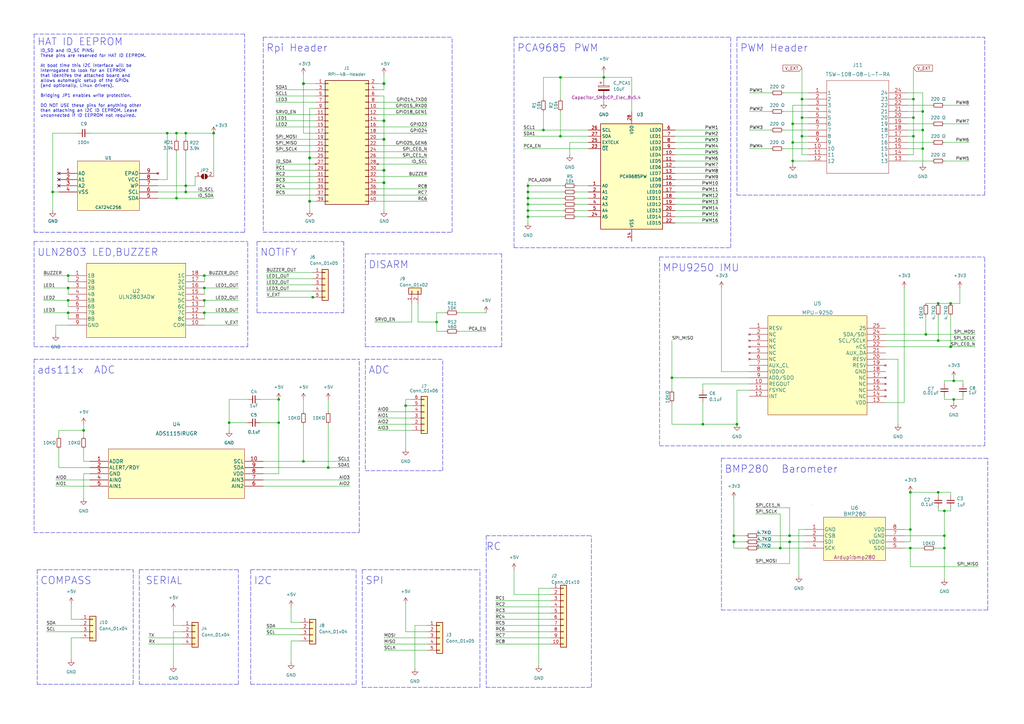
<source format=kicad_sch>
(kicad_sch (version 20211123) (generator eeschema)
  (paper "A3")
  (title_block (date "15 nov 2012"))
  (junction (at 325.12 66.04))
  (junction (at 114.3 173.355))
  (junction (at 87.63 54.61))
  (junction (at 300.99 222.25))
  (junction (at 389.89 124.46))
  (junction (at 325.12 50.8))
  (junction (at 373.38 217.17))
  (junction (at 27.94 113.03))
  (junction (at 124.46 34.29) (diameter 1.016))
  (junction (at 328.93 48.26))
  (junction (at 391.16 163.83))
  (junction (at 374.65 55.88))
  (junction (at 83.82 128.27))
  (junction (at 323.85 222.25))
  (junction (at 384.81 124.46))
  (junction (at 328.93 40.64))
  (junction (at 134.62 191.77))
  (junction (at 389.89 142.24))
  (junction (at 275.59 154.94))
  (junction (at 34.29 176.53))
  (junction (at 216.535 78.74))
  (junction (at 114.3 163.83))
  (junction (at 166.37 166.37))
  (junction (at 127 64.77) (diameter 1.016))
  (junction (at 216.535 88.9))
  (junction (at 72.39 81.28))
  (junction (at 157.48 69.85) (diameter 1.016))
  (junction (at 229.87 31.75))
  (junction (at 157.48 74.93) (diameter 1.016))
  (junction (at 222.885 53.34))
  (junction (at 374.65 48.26))
  (junction (at 325.12 58.42))
  (junction (at 128.27 121.92))
  (junction (at 76.2 54.61))
  (junction (at 83.82 118.11))
  (junction (at 21.59 78.74))
  (junction (at 68.58 54.61))
  (junction (at 216.535 76.2))
  (junction (at 216.535 83.82))
  (junction (at 387.35 219.71))
  (junction (at 157.48 49.53) (diameter 1.016))
  (junction (at 72.39 54.61))
  (junction (at 302.26 173.99))
  (junction (at 229.87 55.88))
  (junction (at 127 82.55) (diameter 1.016))
  (junction (at 288.29 173.99))
  (junction (at 179.07 132.08))
  (junction (at 157.48 34.29) (diameter 1.016))
  (junction (at 328.93 55.88))
  (junction (at 384.81 201.93))
  (junction (at 320.04 224.79))
  (junction (at 27.94 118.11))
  (junction (at 391.16 156.21))
  (junction (at 378.46 60.96))
  (junction (at 378.46 53.34))
  (junction (at 93.98 173.355))
  (junction (at 76.2 78.74))
  (junction (at 27.94 128.27))
  (junction (at 83.82 123.19))
  (junction (at 378.46 45.72))
  (junction (at 374.65 40.64))
  (junction (at 247.65 31.75))
  (junction (at 384.81 139.7))
  (junction (at 373.38 224.79))
  (junction (at 157.48 57.15) (diameter 1.016))
  (junction (at 27.94 123.19))
  (junction (at 83.82 113.03))
  (junction (at 387.35 224.79))
  (junction (at 373.38 201.93))
  (junction (at 323.85 219.71))
  (junction (at 387.35 209.55))
  (junction (at 379.73 137.16))
  (junction (at 124.46 189.23))
  (junction (at 300.99 219.71))
  (junction (at 216.535 81.28))
  (junction (at 216.535 86.36))
  (junction (at 76.2 76.2))
  (no_connect (at 24.13 71.12))
  (no_connect (at 24.13 73.66))
  (no_connect (at 24.13 76.2))
  (wire (pts (xy 276.86 55.88) (xy 294.64 55.88)))
  (wire (pts (xy 384.81 201.93) (xy 389.89 201.93)))
  (wire (pts (xy 107.95 189.23) (xy 124.46 189.23)))
  (polyline (pts (xy 148.59 233.68) (xy 196.85 233.68)))
  (wire (pts (xy 113.03 52.07) (xy 129.54 52.07)))
  (wire (pts (xy 72.39 62.23) (xy 72.39 81.28)))
  (wire (pts (xy 60.96 261.62) (xy 74.93 261.62)))
  (wire (pts (xy 276.86 78.74) (xy 294.64 78.74)))
  (wire (pts (xy 276.86 68.58) (xy 294.64 68.58)))
  (wire (pts (xy 378.46 60.96) (xy 378.46 67.31)))
  (wire (pts (xy 179.07 132.08) (xy 179.07 128.27)))
  (wire (pts (xy 203.2 261.62) (xy 226.06 261.62)))
  (wire (pts (xy 387.35 163.83) (xy 391.16 163.83)))
  (wire (pts (xy 241.3 58.42) (xy 233.68 58.42)))
  (wire (pts (xy 374.65 55.88) (xy 374.65 63.5)))
  (wire (pts (xy 391.16 154.94) (xy 391.16 156.21)))
  (wire (pts (xy 157.48 57.15) (xy 157.48 69.85)))
  (wire (pts (xy 368.3 147.32) (xy 368.3 173.99)))
  (wire (pts (xy 168.91 176.53) (xy 154.94 176.53)))
  (wire (pts (xy 391.16 165.1) (xy 391.16 163.83)))
  (wire (pts (xy 276.86 60.96) (xy 294.64 60.96)))
  (wire (pts (xy 229.87 31.75) (xy 247.65 31.75)))
  (wire (pts (xy 113.03 49.53) (xy 129.54 49.53)))
  (wire (pts (xy 17.78 123.19) (xy 27.94 123.19)))
  (wire (pts (xy 76.2 54.61) (xy 87.63 54.61)))
  (wire (pts (xy 27.94 133.35) (xy 22.86 133.35)))
  (wire (pts (xy 127 82.55) (xy 127 86.36)))
  (wire (pts (xy 83.82 130.81) (xy 83.82 128.27)))
  (wire (pts (xy 321.31 45.72) (xy 331.47 45.72)))
  (polyline (pts (xy 199.39 219.71) (xy 199.39 281.94)))
  (wire (pts (xy 29.21 261.62) (xy 33.02 261.62)))
  (wire (pts (xy 389.89 203.2) (xy 389.89 201.93)))
  (wire (pts (xy 24.13 78.74) (xy 21.59 78.74)))
  (wire (pts (xy 154.94 52.07) (xy 175.26 52.07)))
  (wire (pts (xy 236.22 76.2) (xy 241.3 76.2)))
  (wire (pts (xy 325.12 66.04) (xy 331.47 66.04)))
  (polyline (pts (xy 270.51 105.41) (xy 270.51 182.88)))
  (wire (pts (xy 379.73 129.54) (xy 379.73 137.16)))
  (wire (pts (xy 378.46 38.1) (xy 378.46 45.72)))
  (wire (pts (xy 129.54 74.93) (xy 113.03 74.93)))
  (wire (pts (xy 109.22 119.38) (xy 128.27 119.38)))
  (wire (pts (xy 24.13 176.53) (xy 34.29 176.53)))
  (wire (pts (xy 276.86 83.82) (xy 294.64 83.82)))
  (wire (pts (xy 72.39 54.61) (xy 72.39 57.15)))
  (wire (pts (xy 320.04 224.79) (xy 320.04 210.82)))
  (wire (pts (xy 34.29 173.99) (xy 34.29 176.53)))
  (wire (pts (xy 166.37 247.65) (xy 166.37 259.08)))
  (wire (pts (xy 325.12 58.42) (xy 325.12 66.04)))
  (wire (pts (xy 323.85 222.25) (xy 323.85 231.14)))
  (wire (pts (xy 129.54 46.99) (xy 113.03 46.99)))
  (polyline (pts (xy 107.95 15.24) (xy 107.95 95.25)))
  (wire (pts (xy 216.535 86.36) (xy 231.14 86.36)))
  (wire (pts (xy 309.88 210.82) (xy 320.04 210.82)))
  (wire (pts (xy 397.51 43.18) (xy 387.35 43.18)))
  (wire (pts (xy 129.54 36.83) (xy 113.03 36.83)))
  (wire (pts (xy 113.03 39.37) (xy 129.54 39.37)))
  (wire (pts (xy 203.2 264.16) (xy 226.06 264.16)))
  (wire (pts (xy 33.02 254) (xy 29.21 254)))
  (wire (pts (xy 72.39 81.28) (xy 87.63 81.28)))
  (wire (pts (xy 83.82 113.03) (xy 97.79 113.03)))
  (wire (pts (xy 233.68 58.42) (xy 233.68 63.5)))
  (wire (pts (xy 34.29 194.31) (xy 34.29 204.47)))
  (wire (pts (xy 24.13 191.77) (xy 24.13 184.15)))
  (polyline (pts (xy 101.6 142.24) (xy 101.6 99.06)))
  (wire (pts (xy 107.95 194.31) (xy 114.3 194.31)))
  (wire (pts (xy 276.86 88.9) (xy 294.64 88.9)))
  (wire (pts (xy 19.05 256.54) (xy 33.02 256.54)))
  (wire (pts (xy 276.86 71.12) (xy 294.64 71.12)))
  (wire (pts (xy 307.34 160.02) (xy 302.26 160.02)))
  (wire (pts (xy 34.29 194.31) (xy 36.83 194.31)))
  (wire (pts (xy 157.48 266.7) (xy 175.26 266.7)))
  (wire (pts (xy 19.05 259.08) (xy 33.02 259.08)))
  (wire (pts (xy 203.2 259.08) (xy 226.06 259.08)))
  (wire (pts (xy 27.94 115.57) (xy 27.94 113.03)))
  (wire (pts (xy 397.5203 58.42) (xy 387.35 58.42)))
  (wire (pts (xy 22.86 199.39) (xy 36.83 199.39)))
  (wire (pts (xy 309.88 231.14) (xy 323.85 231.14)))
  (polyline (pts (xy 105.41 99.06) (xy 140.97 99.06)))
  (wire (pts (xy 154.94 44.45) (xy 175.26 44.45)))
  (wire (pts (xy 171.45 132.08) (xy 179.07 132.08)))
  (wire (pts (xy 384.81 208.28) (xy 384.81 209.55)))
  (polyline (pts (xy 107.95 95.25) (xy 185.42 95.25)))
  (polyline (pts (xy 149.86 104.14) (xy 149.86 142.24)))
  (wire (pts (xy 247.65 31.75) (xy 259.08 31.75)))
  (wire (pts (xy 276.86 76.2) (xy 294.64 76.2)))
  (polyline (pts (xy 57.15 280.67) (xy 97.79 280.67)))
  (polyline (pts (xy 295.91 187.96) (xy 295.91 250.19)))
  (wire (pts (xy 203.2 248.92) (xy 226.06 248.92)))
  (wire (pts (xy 389.89 209.55) (xy 389.89 208.28)))
  (wire (pts (xy 216.535 86.36) (xy 216.535 88.9)))
  (wire (pts (xy 311.15 219.71) (xy 323.85 219.71)))
  (polyline (pts (xy 270.51 105.41) (xy 403.86 105.41)))
  (polyline (pts (xy 54.61 280.67) (xy 54.61 233.68)))
  (wire (pts (xy 179.07 128.27) (xy 182.88 128.27)))
  (wire (pts (xy 307.34 45.72) (xy 316.23 45.72)))
  (wire (pts (xy 72.39 54.61) (xy 76.2 54.61)))
  (wire (pts (xy 387.35 209.55) (xy 387.35 219.71)))
  (wire (pts (xy 119.38 262.89) (xy 123.19 262.89)))
  (wire (pts (xy 382.27 43.18) (xy 372.11 43.18)))
  (wire (pts (xy 370.84 219.71) (xy 387.35 219.71)))
  (wire (pts (xy 168.91 171.45) (xy 154.94 171.45)))
  (wire (pts (xy 124.46 189.23) (xy 143.51 189.23)))
  (wire (pts (xy 157.48 74.93) (xy 154.94 74.93)))
  (wire (pts (xy 83.82 115.57) (xy 83.82 113.03)))
  (wire (pts (xy 187.96 128.27) (xy 199.39 128.27)))
  (wire (pts (xy 236.22 81.28) (xy 241.3 81.28)))
  (polyline (pts (xy 199.39 219.71) (xy 242.57 219.71)))
  (wire (pts (xy 394.97 162.56) (xy 394.97 163.83)))
  (polyline (pts (xy 13.97 95.25) (xy 100.33 95.25)))
  (polyline (pts (xy 295.91 187.96) (xy 405.13 187.96)))
  (wire (pts (xy 83.82 125.73) (xy 83.82 123.19)))
  (wire (pts (xy 124.46 30.48) (xy 124.46 34.29)))
  (wire (pts (xy 247.65 31.75) (xy 247.65 32.385)))
  (wire (pts (xy 382.27 58.42) (xy 372.11 58.42)))
  (wire (pts (xy 276.86 73.66) (xy 294.64 73.66)))
  (wire (pts (xy 370.84 222.25) (xy 373.38 222.25)))
  (wire (pts (xy 309.88 208.28) (xy 323.85 208.28)))
  (wire (pts (xy 372.11 55.88) (xy 374.65 55.88)))
  (wire (pts (xy 187.96 135.89) (xy 199.39 135.89)))
  (wire (pts (xy 275.59 173.99) (xy 288.29 173.99)))
  (polyline (pts (xy 15.24 233.68) (xy 54.61 233.68)))
  (wire (pts (xy 17.78 128.27) (xy 27.94 128.27)))
  (polyline (pts (xy 13.97 13.97) (xy 100.33 13.97)))
  (wire (pts (xy 311.15 222.25) (xy 323.85 222.25)))
  (wire (pts (xy 216.535 81.28) (xy 231.14 81.28)))
  (wire (pts (xy 154.94 62.23) (xy 175.26 62.23)))
  (wire (pts (xy 64.77 78.74) (xy 76.2 78.74)))
  (wire (pts (xy 374.65 40.64) (xy 374.65 48.26)))
  (wire (pts (xy 276.86 58.42) (xy 294.64 58.42)))
  (wire (pts (xy 109.22 116.84) (xy 128.27 116.84)))
  (wire (pts (xy 394.97 163.83) (xy 391.16 163.83)))
  (wire (pts (xy 378.46 45.72) (xy 378.46 53.34)))
  (wire (pts (xy 124.46 34.29) (xy 129.54 34.29)))
  (wire (pts (xy 323.85 208.28) (xy 323.85 219.71)))
  (wire (pts (xy 393.7 118.11) (xy 393.7 124.46)))
  (wire (pts (xy 60.96 264.16) (xy 74.93 264.16)))
  (wire (pts (xy 93.98 173.355) (xy 101.6 173.355)))
  (wire (pts (xy 370.84 217.17) (xy 373.38 217.17)))
  (polyline (pts (xy 149.86 193.04) (xy 181.61 193.04)))
  (wire (pts (xy 379.73 124.46) (xy 384.81 124.46)))
  (wire (pts (xy 170.18 256.54) (xy 170.18 274.32)))
  (wire (pts (xy 157.48 49.53) (xy 157.48 57.15)))
  (wire (pts (xy 113.03 69.85) (xy 129.54 69.85)))
  (wire (pts (xy 17.78 118.11) (xy 27.94 118.11)))
  (wire (pts (xy 76.2 76.2) (xy 76.2 78.74)))
  (wire (pts (xy 325.12 50.8) (xy 325.12 58.42)))
  (wire (pts (xy 21.59 54.61) (xy 21.59 78.74)))
  (wire (pts (xy 288.29 173.99) (xy 302.26 173.99)))
  (wire (pts (xy 216.535 88.9) (xy 231.14 88.9)))
  (wire (pts (xy 203.2 256.54) (xy 226.06 256.54)))
  (wire (pts (xy 64.77 76.2) (xy 76.2 76.2)))
  (wire (pts (xy 71.12 259.08) (xy 71.12 273.05)))
  (polyline (pts (xy 148.59 233.68) (xy 148.59 281.94)))
  (wire (pts (xy 101.6 163.83) (xy 93.98 163.83)))
  (polyline (pts (xy 97.79 280.67) (xy 97.79 233.68)))
  (polyline (pts (xy 100.33 95.25) (xy 100.33 13.97)))
  (polyline (pts (xy 13.97 142.24) (xy 101.6 142.24)))
  (wire (pts (xy 397.5203 50.8) (xy 387.35 50.8)))
  (wire (pts (xy 328.93 48.26) (xy 328.93 55.88)))
  (wire (pts (xy 36.83 54.61) (xy 68.58 54.61)))
  (polyline (pts (xy 57.15 233.68) (xy 57.15 280.67)))
  (polyline (pts (xy 13.97 99.06) (xy 13.97 142.24)))
  (polyline (pts (xy 210.82 15.24) (xy 210.82 101.6)))
  (wire (pts (xy 64.77 73.66) (xy 68.58 73.66)))
  (wire (pts (xy 34.29 189.23) (xy 36.83 189.23)))
  (wire (pts (xy 216.535 78.74) (xy 231.14 78.74)))
  (wire (pts (xy 276.86 81.28) (xy 294.64 81.28)))
  (wire (pts (xy 374.65 48.26) (xy 374.65 55.88)))
  (wire (pts (xy 109.22 111.76) (xy 128.27 111.76)))
  (wire (pts (xy 214.63 60.96) (xy 241.3 60.96)))
  (wire (pts (xy 119.38 248.92) (xy 119.38 255.27)))
  (polyline (pts (xy 140.97 128.27) (xy 140.97 99.06)))
  (wire (pts (xy 157.48 39.37) (xy 157.48 49.53)))
  (wire (pts (xy 295.91 118.11) (xy 295.91 152.4)))
  (polyline (pts (xy 13.97 99.06) (xy 101.6 99.06)))
  (polyline (pts (xy 199.39 281.94) (xy 242.57 281.94)))
  (wire (pts (xy 372.11 40.64) (xy 374.65 40.64)))
  (wire (pts (xy 275.59 139.7) (xy 275.59 154.94)))
  (wire (pts (xy 370.84 165.1) (xy 370.84 118.11)))
  (wire (pts (xy 216.535 74.93) (xy 216.535 76.2)))
  (wire (pts (xy 24.13 176.53) (xy 24.13 179.07)))
  (wire (pts (xy 68.58 54.61) (xy 72.39 54.61)))
  (polyline (pts (xy 302.26 15.24) (xy 403.86 15.24)))
  (wire (pts (xy 373.38 224.79) (xy 373.38 232.41)))
  (wire (pts (xy 229.87 45.72) (xy 229.87 55.88)))
  (wire (pts (xy 229.87 55.88) (xy 241.3 55.88)))
  (wire (pts (xy 134.62 191.77) (xy 134.62 173.99)))
  (wire (pts (xy 114.3 173.355) (xy 114.3 194.31)))
  (wire (pts (xy 222.885 31.75) (xy 229.87 31.75)))
  (wire (pts (xy 384.81 201.93) (xy 384.81 203.2)))
  (wire (pts (xy 129.54 67.31) (xy 113.03 67.31)))
  (wire (pts (xy 325.12 58.42) (xy 331.47 58.42)))
  (wire (pts (xy 74.93 256.54) (xy 71.12 256.54)))
  (wire (pts (xy 302.26 160.02) (xy 302.26 173.99)))
  (wire (pts (xy 236.22 78.74) (xy 241.3 78.74)))
  (polyline (pts (xy 149.86 147.32) (xy 149.86 193.04)))
  (wire (pts (xy 127 64.77) (xy 127 82.55)))
  (polyline (pts (xy 210.82 101.6) (xy 299.72 101.6)))
  (wire (pts (xy 214.63 53.34) (xy 222.885 53.34)))
  (wire (pts (xy 276.86 63.5) (xy 294.64 63.5)))
  (wire (pts (xy 300.99 204.47) (xy 300.99 219.71)))
  (wire (pts (xy 384.81 129.54) (xy 384.81 139.7)))
  (wire (pts (xy 107.95 199.39) (xy 143.51 199.39)))
  (wire (pts (xy 328.93 27.94) (xy 328.93 40.64)))
  (wire (pts (xy 106.68 173.355) (xy 114.3 173.355)))
  (polyline (pts (xy 403.86 182.88) (xy 403.86 105.41)))
  (wire (pts (xy 391.16 156.21) (xy 394.97 156.21)))
  (wire (pts (xy 74.93 259.08) (xy 71.12 259.08)))
  (wire (pts (xy 113.03 59.69) (xy 129.54 59.69)))
  (wire (pts (xy 80.01 76.2) (xy 80.01 72.39)))
  (wire (pts (xy 325.12 50.8) (xy 331.47 50.8)))
  (wire (pts (xy 229.87 40.64) (xy 229.87 31.75)))
  (wire (pts (xy 93.98 173.355) (xy 93.98 176.53)))
  (wire (pts (xy 168.91 173.99) (xy 154.94 173.99)))
  (wire (pts (xy 216.535 81.28) (xy 216.535 83.82)))
  (wire (pts (xy 363.22 142.24) (xy 389.89 142.24)))
  (wire (pts (xy 373.38 201.93) (xy 373.38 217.17)))
  (wire (pts (xy 127 44.45) (xy 129.54 44.45)))
  (wire (pts (xy 210.82 233.68) (xy 210.82 243.84)))
  (wire (pts (xy 372.11 38.1) (xy 378.46 38.1)))
  (wire (pts (xy 109.22 260.35) (xy 123.19 260.35)))
  (wire (pts (xy 306.07 222.25) (xy 300.99 222.25)))
  (polyline (pts (xy 403.86 80.01) (xy 403.86 15.24)))
  (polyline (pts (xy 295.91 250.19) (xy 405.13 250.19)))
  (wire (pts (xy 222.885 45.72) (xy 222.885 53.34)))
  (polyline (pts (xy 148.59 281.94) (xy 196.85 281.94)))
  (wire (pts (xy 259.08 31.75) (xy 259.08 45.72)))
  (wire (pts (xy 68.58 54.61) (xy 68.58 73.66)))
  (wire (pts (xy 113.03 80.01) (xy 129.54 80.01)))
  (wire (pts (xy 327.66 217.17) (xy 327.66 236.22)))
  (wire (pts (xy 179.07 132.08) (xy 179.07 135.89)))
  (wire (pts (xy 157.48 30.48) (xy 157.48 34.29)))
  (wire (pts (xy 216.535 88.9) (xy 216.535 91.44)))
  (polyline (pts (xy 181.61 193.04) (xy 181.61 147.32)))
  (wire (pts (xy 124.46 163.83) (xy 124.46 168.91)))
  (wire (pts (xy 34.29 176.53) (xy 34.29 179.07)))
  (wire (pts (xy 22.86 133.35) (xy 22.86 137.16)))
  (wire (pts (xy 222.885 40.64) (xy 222.885 31.75)))
  (wire (pts (xy 128.27 121.92) (xy 128.3992 121.92)))
  (wire (pts (xy 276.86 53.34) (xy 294.64 53.34)))
  (polyline (pts (xy 149.86 147.32) (xy 181.61 147.32)))
  (wire (pts (xy 27.94 120.65) (xy 27.94 118.11)))
  (wire (pts (xy 168.91 166.37) (xy 166.37 166.37)))
  (wire (pts (xy 288.29 165.1) (xy 288.29 173.99)))
  (wire (pts (xy 370.84 224.79) (xy 373.38 224.79)))
  (wire (pts (xy 124.46 34.29) (xy 124.46 54.61)))
  (wire (pts (xy 387.35 224.79) (xy 387.35 237.49)))
  (wire (pts (xy 107.95 191.77) (xy 134.62 191.77)))
  (wire (pts (xy 157.48 39.37) (xy 154.94 39.37)))
  (wire (pts (xy 157.48 34.29) (xy 157.48 36.83)))
  (wire (pts (xy 331.47 40.64) (xy 328.93 40.64)))
  (wire (pts (xy 276.86 91.44) (xy 294.64 91.44)))
  (wire (pts (xy 109.3492 121.92) (xy 128.27 121.92)))
  (wire (pts (xy 307.34 53.34) (xy 316.23 53.34)))
  (wire (pts (xy 320.04 224.79) (xy 330.2 224.79)))
  (wire (pts (xy 236.22 83.82) (xy 241.3 83.82)))
  (wire (pts (xy 175.26 256.54) (xy 170.18 256.54)))
  (wire (pts (xy 389.89 129.54) (xy 389.89 142.24)))
  (wire (pts (xy 168.91 168.91) (xy 154.94 168.91)))
  (wire (pts (xy 384.81 139.7) (xy 400.05 139.7)))
  (polyline (pts (xy 302.26 15.24) (xy 302.26 80.01)))
  (polyline (pts (xy 15.24 233.68) (xy 15.24 280.67)))
  (wire (pts (xy 275.59 165.1) (xy 275.59 173.99)))
  (wire (pts (xy 382.27 50.8) (xy 372.11 50.8)))
  (wire (pts (xy 216.535 76.2) (xy 231.14 76.2)))
  (wire (pts (xy 389.89 142.24) (xy 400.05 142.24)))
  (wire (pts (xy 387.35 219.71) (xy 387.35 224.79)))
  (wire (pts (xy 76.2 62.23) (xy 76.2 76.2)))
  (polyline (pts (xy 147.32 218.44) (xy 147.32 147.32)))
  (wire (pts (xy 129.54 57.15) (xy 113.03 57.15)))
  (wire (pts (xy 374.65 27.94) (xy 374.65 40.64)))
  (wire (pts (xy 328.93 40.64) (xy 328.93 48.26)))
  (wire (pts (xy 325.12 67.31) (xy 325.12 66.04)))
  (polyline (pts (xy 149.86 104.14) (xy 205.74 104.14)))
  (polyline (pts (xy 105.41 99.06) (xy 105.41 128.27)))
  (wire (pts (xy 127 44.45) (xy 127 64.77)))
  (wire (pts (xy 300.99 219.71) (xy 306.07 219.71)))
  (wire (pts (xy 247.65 29.845) (xy 247.65 31.75)))
  (wire (pts (xy 21.59 78.74) (xy 21.59 86.36)))
  (wire (pts (xy 22.86 196.85) (xy 36.83 196.85)))
  (wire (pts (xy 109.22 114.3) (xy 128.27 114.3)))
  (wire (pts (xy 154.94 64.77) (xy 175.26 64.77)))
  (wire (pts (xy 106.68 163.83) (xy 114.3 163.83)))
  (wire (pts (xy 328.93 63.5) (xy 331.47 63.5)))
  (wire (pts (xy 275.59 154.94) (xy 307.34 154.94)))
  (wire (pts (xy 157.48 36.83) (xy 154.94 36.83)))
  (wire (pts (xy 134.62 163.83) (xy 134.62 168.91)))
  (wire (pts (xy 127 82.55) (xy 129.54 82.55)))
  (wire (pts (xy 27.94 130.81) (xy 27.94 128.27)))
  (wire (pts (xy 113.03 62.23) (xy 129.54 62.23)))
  (wire (pts (xy 157.48 34.29) (xy 154.94 34.29)))
  (wire (pts (xy 64.77 81.28) (xy 72.39 81.28)))
  (wire (pts (xy 154.94 67.31) (xy 175.26 67.31)))
  (wire (pts (xy 203.2 246.38) (xy 226.06 246.38)))
  (polyline (pts (xy 105.41 128.27) (xy 140.97 128.27)))
  (wire (pts (xy 328.93 48.26) (xy 331.47 48.26)))
  (wire (pts (xy 157.48 261.62) (xy 175.26 261.62)))
  (polyline (pts (xy 242.57 281.94) (xy 242.57 219.71)))
  (wire (pts (xy 124.46 54.61) (xy 129.54 54.61)))
  (wire (pts (xy 328.93 55.88) (xy 328.93 63.5)))
  (wire (pts (xy 276.86 86.36) (xy 294.64 86.36)))
  (wire (pts (xy 321.31 38.1) (xy 331.47 38.1)))
  (wire (pts (xy 154.94 72.39) (xy 175.26 72.39)))
  (polyline (pts (xy 146.05 280.67) (xy 146.05 233.68)))
  (wire (pts (xy 394.97 156.21) (xy 394.97 157.48)))
  (wire (pts (xy 203.2 251.46) (xy 226.06 251.46)))
  (wire (pts (xy 387.35 209.55) (xy 389.89 209.55)))
  (wire (pts (xy 325.12 43.18) (xy 325.12 50.8)))
  (wire (pts (xy 93.98 163.83) (xy 93.98 173.355)))
  (polyline (pts (xy 102.87 280.67) (xy 146.05 280.67)))
  (wire (pts (xy 363.22 137.16) (xy 379.73 137.16)))
  (wire (pts (xy 372.11 60.96) (xy 378.46 60.96)))
  (wire (pts (xy 216.535 83.82) (xy 231.14 83.82)))
  (wire (pts (xy 24.13 191.77) (xy 36.83 191.77)))
  (polyline (pts (xy 196.85 281.94) (xy 196.85 233.68)))
  (wire (pts (xy 379.73 137.16) (xy 400.05 137.16)))
  (wire (pts (xy 87.63 54.61) (xy 87.63 72.39)))
  (wire (pts (xy 321.31 60.96) (xy 331.47 60.96)))
  (wire (pts (xy 134.62 191.77) (xy 143.51 191.77)))
  (wire (pts (xy 203.2 254) (xy 226.06 254)))
  (wire (pts (xy 83.82 118.11) (xy 97.79 118.11)))
  (wire (pts (xy 222.885 53.34) (xy 241.3 53.34)))
  (wire (pts (xy 226.06 243.84) (xy 210.82 243.84)))
  (wire (pts (xy 372.11 48.26) (xy 374.65 48.26)))
  (wire (pts (xy 168.91 163.83) (xy 166.37 163.83)))
  (wire (pts (xy 109.22 257.81) (xy 123.19 257.81)))
  (polyline (pts (xy 107.95 15.24) (xy 185.42 15.24)))
  (wire (pts (xy 323.85 222.25) (xy 330.2 222.25)))
  (wire (pts (xy 124.46 189.23) (xy 124.46 173.99)))
  (polyline (pts (xy 405.13 250.19) (xy 405.13 187.96)))
  (polyline (pts (xy 15.24 280.67) (xy 54.61 280.67)))
  (wire (pts (xy 113.03 72.39) (xy 129.54 72.39)))
  (wire (pts (xy 154.94 59.69) (xy 175.26 59.69)))
  (wire (pts (xy 157.48 264.16) (xy 175.26 264.16)))
  (wire (pts (xy 387.35 162.56) (xy 387.35 163.83)))
  (wire (pts (xy 27.94 125.73) (xy 27.94 123.19)))
  (wire (pts (xy 154.94 80.01) (xy 175.26 80.01)))
  (wire (pts (xy 83.82 133.35) (xy 97.79 133.35)))
  (wire (pts (xy 307.34 60.96) (xy 316.23 60.96)))
  (wire (pts (xy 76.2 54.61) (xy 76.2 57.15)))
  (wire (pts (xy 387.35 157.48) (xy 387.35 156.21)))
  (polyline (pts (xy 210.82 15.24) (xy 299.72 15.24)))
  (polyline (pts (xy 102.87 233.68) (xy 146.05 233.68)))
  (polyline (pts (xy 185.42 95.25) (xy 185.42 15.24)))
  (wire (pts (xy 384.81 209.55) (xy 387.35 209.55)))
  (polyline (pts (xy 302.26 80.01) (xy 403.86 80.01)))
  (wire (pts (xy 29.21 261.62) (xy 29.21 270.51)))
  (wire (pts (xy 154.94 82.55) (xy 175.26 82.55)))
  (wire (pts (xy 127 64.77) (xy 129.54 64.77)))
  (wire (pts (xy 236.22 86.36) (xy 241.3 86.36)))
  (wire (pts (xy 300.99 224.79) (xy 300.99 222.25)))
  (wire (pts (xy 330.2 217.17) (xy 327.66 217.17)))
  (wire (pts (xy 154.94 77.47) (xy 175.26 77.47)))
  (wire (pts (xy 166.37 166.37) (xy 166.37 184.15)))
  (wire (pts (xy 157.48 57.15) (xy 154.94 57.15)))
  (wire (pts (xy 153.67 132.08) (xy 168.91 132.08)))
  (wire (pts (xy 373.38 201.93) (xy 384.81 201.93)))
  (polyline (pts (xy 13.97 218.44) (xy 147.32 218.44)))
  (wire (pts (xy 363.22 147.32) (xy 368.3 147.32)))
  (wire (pts (xy 216.535 78.74) (xy 216.535 81.28)))
  (wire (pts (xy 372.11 45.72) (xy 378.46 45.72)))
  (wire (pts (xy 216.535 83.82) (xy 216.535 86.36)))
  (wire (pts (xy 154.94 54.61) (xy 175.26 54.61)))
  (wire (pts (xy 247.65 40.005) (xy 247.65 41.91)))
  (wire (pts (xy 83.82 128.27) (xy 97.79 128.27)))
  (wire (pts (xy 328.93 55.88) (xy 331.47 55.88)))
  (wire (pts (xy 373.38 224.79) (xy 378.46 224.79)))
  (wire (pts (xy 331.47 43.18) (xy 325.12 43.18)))
  (wire (pts (xy 29.21 247.65) (xy 29.21 254)))
  (wire (pts (xy 220.98 241.3) (xy 220.98 273.05)))
  (wire (pts (xy 114.3 163.83) (xy 114.3 173.355)))
  (wire (pts (xy 387.35 156.21) (xy 391.16 156.21)))
  (wire (pts (xy 83.82 123.19) (xy 97.79 123.19)))
  (wire (pts (xy 307.34 38.1) (xy 316.23 38.1)))
  (polyline (pts (xy 57.15 233.68) (xy 97.79 233.68)))
  (polyline (pts (xy 270.51 182.88) (xy 403.86 182.88)))
  (wire (pts (xy 363.22 139.7) (xy 384.81 139.7)))
  (wire (pts (xy 123.19 255.27) (xy 119.38 255.27)))
  (polyline (pts (xy 13.97 13.97) (xy 13.97 95.25)))
  (polyline (pts (xy 149.86 142.24) (xy 205.74 142.24)))
  (wire (pts (xy 384.81 124.46) (xy 389.89 124.46)))
  (wire (pts (xy 321.31 53.34) (xy 331.47 53.34)))
  (wire (pts (xy 179.07 135.89) (xy 182.88 135.89)))
  (wire (pts (xy 307.34 152.4) (xy 295.91 152.4)))
  (wire (pts (xy 363.22 165.1) (xy 370.84 165.1)))
  (wire (pts (xy 397.5203 66.04) (xy 387.35 66.04)))
  (wire (pts (xy 113.03 77.47) (xy 129.54 77.47)))
  (wire (pts (xy 17.78 113.03) (xy 27.94 113.03)))
  (wire (pts (xy 175.26 259.08) (xy 166.37 259.08)))
  (wire (pts (xy 157.48 69.85) (xy 154.94 69.85)))
  (wire (pts (xy 383.54 224.79) (xy 387.35 224.79)))
  (polyline (pts (xy 13.97 147.32) (xy 13.97 218.44)))
  (polyline (pts (xy 299.72 101.6) (xy 299.72 15.24)))
  (wire (pts (xy 31.75 54.61) (xy 21.59 54.61)))
  (wire (pts (xy 76.2 76.2) (xy 80.01 76.2)))
  (wire (pts (xy 323.85 219.71) (xy 330.2 219.71)))
  (wire (pts (xy 154.94 46.99) (xy 175.26 46.99)))
  (wire (pts (xy 393.7 124.46) (xy 389.89 124.46)))
  (wire (pts (xy 275.59 154.94) (xy 275.59 160.02)))
  (wire (pts (xy 306.07 224.79) (xy 300.99 224.79)))
  (polyline (pts (xy 205.74 142.24) (xy 205.74 104.14)))
  (wire (pts (xy 157.48 69.85) (xy 157.48 74.93)))
  (wire (pts (xy 168.91 124.46) (xy 168.91 132.08)))
  (wire (pts (xy 157.48 74.93) (xy 157.48 86.36)))
  (wire (pts (xy 34.29 184.15) (xy 34.29 189.23)))
  (wire (pts (xy 119.38 262.89) (xy 119.38 271.78)))
  (wire (pts (xy 154.94 41.91) (xy 175.26 41.91)))
  (wire (pts (xy 216.535 76.2) (xy 216.535 78.74)))
  (wire (pts (xy 83.82 120.65) (xy 83.82 118.11)))
  (wire (pts (xy 311.15 224.79) (xy 320.04 224.79)))
  (wire (pts (xy 288.29 157.48) (xy 288.29 160.02)))
  (wire (pts (xy 300.99 222.25) (xy 300.99 219.71)))
  (wire (pts (xy 372.11 63.5) (xy 374.65 63.5)))
  (wire (pts (xy 71.12 250.19) (xy 71.12 256.54)))
  (polyline (pts (xy 102.87 233.68) (xy 102.87 280.67)))
  (wire (pts (xy 76.2 78.74) (xy 87.63 78.74)))
  (wire (pts (xy 157.48 49.53) (xy 154.94 49.53)))
  (wire (pts (xy 107.95 196.85) (xy 143.51 196.85)))
  (wire (pts (xy 307.34 157.48) (xy 288.29 157.48)))
  (wire (pts (xy 171.45 124.46) (xy 171.45 132.08)))
  (wire (pts (xy 372.11 66.04) (xy 382.27 66.04)))
  (wire (pts (xy 214.63 55.88) (xy 229.87 55.88)))
  (polyline (pts (xy 13.97 147.32) (xy 147.32 147.32)))
  (wire (pts (xy 113.03 41.91) (xy 129.54 41.91)))
  (wire (pts (xy 378.46 53.34) (xy 378.46 60.96)))
  (wire (pts (xy 373.38 232.41) (xy 401.32 232.41)))
  (wire (pts (xy 372.11 53.34) (xy 378.46 53.34)))
  (wire (pts (xy 226.06 241.3) (xy 220.98 241.3)))
  (wire (pts (xy 373.38 217.17) (xy 373.38 222.25)))
  (wire (pts (xy 236.22 88.9) (xy 241.3 88.9)))
  (wire (pts (xy 166.37 166.37) (xy 166.37 163.83)))
  (wire (pts (xy 276.86 66.04) (xy 294.64 66.04)))
  (image (at 49.53 -36.83))
  (text "BMP280	Barometer" (at 297.18 194.31 0) (effects (font (size 3 3)) (justify left bottom)))
  (text "PWM Header" (at 303.53 21.59 0) (effects (font (size 3 3)) (justify left bottom)))
  (text "MPU9250	IMU" (at 271.78 111.76 0) (effects (font (size 3 3)) (justify left bottom)))
  (text "SERIAL\n" (at 59.69 240.03 0) (effects (font (size 3 3)) (justify left bottom)))
  (text "ADC" (at 151.13 153.67 0) (effects (font (size 3 3)) (justify left bottom)))
  (text "ads111x	ADC" (at 15.24 153.67 0) (effects (font (size 3 3)) (justify left bottom)))
  (text "SPI\n" (at 149.86 240.03 0) (effects (font (size 3 3)) (justify left bottom)))
  (text "COMPASS\n" (at 16.51 240.03 0) (effects (font (size 3 3)) (justify left bottom)))
  (text "RC" (at 199.39 226.06 0) (effects (font (size 3 3)) (justify left bottom)))
  (text "ID_SD and ID_SC PINS:\nThese pins are reserved for HAT ID EEPROM.\n\nAt boot time this I2C interface will be\ninterrogated to look for an EEPROM\nthat identifes the attached board and\nallows automagic setup of the GPIOs\n(and optionally, Linux drivers).\n\nBridging JP1 enables write protection.\n\nDO NOT USE these pins for anything other\nthan attaching an I2C ID EEPROM. Leave\nunconnected if ID EEPROM not required." (at 16.51 48.26 0) (effects (font (size 1.27 1.27)) (justify left bottom)))
  (text "Rpi Header" (at 109.22 21.59 0) (effects (font (size 3 3)) (justify left bottom)))
  (text "ULN2803 LED,BUZZER" (at 15.24 105.41 0) (effects (font (size 3 3)) (justify left bottom)))
  (text "PCA9685	PWM" (at 212.09 21.59 0) (effects (font (size 3 3)) (justify left bottom)))
  (text "DISARM" (at 151.13 110.49 0) (effects (font (size 3 3)) (justify left bottom)))
  (text "NOTIFY" (at 106.68 105.41 0) (effects (font (size 3 3)) (justify left bottom)))
  (text "HAT ID EEPROM\n" (at 15.24 19.05 0) (effects (font (size 3 3)) (justify left bottom)))
  (text "I2C\n" (at 104.14 240.03 0) (effects (font (size 3 3)) (justify left bottom)))
  (label "RC4" (at 203.2 254 0))
  (label "SPI_MISO" (at 113.03 59.69 0))
  (label "PCA_ADDR" (at 216.535 74.93 0))
  (label "MOSI" (at 157.48 261.62 0))
  (label "PWM2" (at 307.34 45.72 0))
  (label "AIO3" (at 143.51 196.85 180))
  (label "LED2" (at 113.03 52.07 0))
  (label "SPI_MISO" (at 401.32 232.41 180))
  (label "ID_SCL" (at 175.26 67.31 180))
  (label "RC6" (at 203.2 259.08 0))
  (label "RC1" (at 203.2 246.38 0))
  (label "BUZZER" (at 175.26 72.39 180))
  (label "GPIO14_TXD0" (at 175.26 41.91 180))
  (label "AIO1" (at 154.94 171.45 0))
  (label "LED3_OUT" (at 109.22 119.38 0))
  (label "PWM14" (at 294.64 86.36 180))
  (label "SPI_SCLK" (at 400.05 139.7 180))
  (label "PWM4" (at 307.34 60.96 0))
  (label "PWM15" (at 294.64 88.9 180))
  (label "BUZZER_OUT" (at 109.22 111.76 0))
  (label "LED1" (at 17.78 118.11 0))
  (label "LED1_OUT" (at 97.79 118.11 180))
  (label "SCLK" (at 157.48 266.7 0))
  (label "PWM5" (at 294.64 63.5 180))
  (label "PWM4" (at 294.64 60.96 180))
  (label "LED2_OUT" (at 97.79 123.19 180))
  (label "GPIO15_RXD0" (at 175.26 44.45 180))
  (label "PCA_EN" (at 214.63 60.96 0))
  (label "ID_SCL" (at 87.63 78.74 180))
  (label "PWM12" (at 294.64 81.28 180))
  (label "GPIO18_GEN1" (at 175.26 46.99 180))
  (label "AIO0" (at 22.86 196.85 0))
  (label "SCL" (at 19.05 259.08 0))
  (label "SCL1" (at 214.63 53.34 0))
  (label "PWM13" (at 294.64 83.82 180))
  (label "LED2" (at 17.78 123.19 0))
  (label "RC6" (at 175.26 82.55 180))
  (label "SPI_MOSI" (at 309.88 231.14 0))
  (label "RC4" (at 113.03 77.47 0))
  (label "AIO2" (at 143.51 199.39 180))
  (label "SDA1" (at 214.63 55.88 0))
  (label "SPI_MOSI" (at 400.05 137.16 180))
  (label "SDA1" (at 113.03 36.83 0))
  (label "TX" (at 60.96 261.62 0))
  (label "SRVO_EN" (at 153.67 132.08 0))
  (label "PWM8" (at 294.64 71.12 180))
  (label "RC1" (at 113.03 69.85 0))
  (label "SPI_CE0_N" (at 400.05 142.24 180))
  (label "RX" (at 60.96 264.16 0))
  (label "RC5" (at 203.2 256.54 0))
  (label "PWM16" (at 294.64 91.44 180))
  (label "ID_SDA" (at 87.63 81.28 180))
  (label "V_EXT" (at 97.79 133.35 180))
  (label "SPI_CE0_N" (at 175.26 62.23 180))
  (label "MISO" (at 157.48 264.16 0))
  (label "SPI_CE1_N" (at 175.26 64.77 180))
  (label "PWM2" (at 294.64 55.88 180))
  (label "SPI_MISO" (at 275.59 139.7 0))
  (label "SPI_CE1_N" (at 309.88 208.28 0))
  (label "AIO2" (at 154.94 173.99 0))
  (label "PCA_EN" (at 199.39 135.89 180))
  (label "AIO0" (at 154.94 168.91 0))
  (label "SRVO_EN" (at 113.03 46.99 0))
  (label "PWM8" (at 397.51 43.18 180))
  (label "V_EXT" (at 109.3492 121.92 0))
  (label "SCL1" (at 113.03 39.37 0))
  (label "PWM3" (at 307.34 53.34 0))
  (label "SPI_SCLK" (at 309.88 210.82 0))
  (label "AIO3" (at 154.94 176.53 0))
  (label "PWM11" (at 294.64 78.74 180))
  (label "LED3_OUT" (at 97.79 128.27 180))
  (label "RC7" (at 203.2 261.62 0))
  (label "BUZZER" (at 17.78 113.03 0))
  (label "SCL1" (at 143.51 189.23 180))
  (label "GPIO25_GEN6" (at 175.26 59.69 180))
  (label "PWM7" (at 294.64 68.58 180))
  (label "PWM10" (at 294.64 76.2 180))
  (label "SDA1" (at 143.51 191.77 180))
  (label "LED1" (at 113.03 49.53 0))
  (label "RC5" (at 113.03 80.01 0))
  (label "SPI_MOSI" (at 113.03 57.15 0))
  (label "AIO1" (at 22.86 199.39 0))
  (label "RC3" (at 113.03 74.93 0))
  (label "PWM3" (at 294.64 58.42 180))
  (label "RC3" (at 203.2 251.46 0))
  (label "SDA" (at 109.22 257.81 0))
  (label "LED1_OUT" (at 109.22 114.3 0))
  (label "SDA" (at 19.05 256.54 0))
  (label "BUZZER_OUT" (at 97.79 113.03 180))
  (label "RC7" (at 175.26 80.01 180))
  (label "GPIO23" (at 175.26 52.07 180))
  (label "RC8" (at 203.2 264.16 0))
  (label "PWM7" (at 397.5203 50.8 180))
  (label "LED3" (at 17.78 128.27 0))
  (label "PWM1" (at 294.64 53.34 180))
  (label "PWM5" (at 397.5203 66.04 180))
  (label "GPIO24" (at 175.26 54.61 180))
  (label "SCL" (at 109.22 260.35 0))
  (label "RC2" (at 203.2 248.92 0))
  (label "ID_SDA" (at 113.03 67.31 0))
  (label "RC2" (at 113.03 72.39 0))
  (label "PWM1" (at 307.34 38.1 0))
  (label "PWM9" (at 294.64 73.66 180))
  (label "SPI_SCLK" (at 113.03 62.23 0))
  (label "LED2_OUT" (at 109.22 116.84 0))
  (label "PWM6" (at 294.64 66.04 180))
  (label "RC8" (at 175.26 77.47 180))
  (label "LED3" (at 113.03 41.91 0))
  (label "PWM6" (at 397.5203 58.42 180))
  (global_label "V_EXT" (shape input) (at 374.65 27.94 0) (property "Intersheet References" "${INTERSHEET_REFS}" (effects hide)))
  (global_label "V_EXT" (shape input) (at 328.93 27.94 180) (property "Intersheet References" "${INTERSHEET_REFS}" (effects hide)))
  (symbol (lib_id "Device:R_Small") (at 384.81 66.04 270) (unit 1)
    (property "Reference" "R20" (effects hide))
    (property "Value" "220 Ω" (at 384.81 63.5 90))
    (property "Footprint" "Resistor_SMD:R_0402_1005Metric" (effects hide))
  )
  (symbol (lib_id "power:GND") (at 391.16 165.1 0) (unit 1)
    (property "Reference" "#PWR042" (effects hide))
    (property "Value" "GND" (at 391.16 170.18 0))
  )
  (symbol (lib_id "power:GND") (at 368.3 173.99 0) (unit 1)
    (property "Reference" "#PWR03" (effects hide))
    (property "Value" "GND" (at 368.3 179.07 0))
  )
  (symbol (lib_id "power:+5V") (at 134.62 163.83 0) (unit 1)
    (property "Reference" "#PWR041" (effects hide))
    (property "Value" "+5V" (at 134.62 158.75 0))
  )
  (symbol (lib_id "power:+3.3V") (at 300.99 204.47 0) (unit 1)
    (property "Reference" "#PWR038" (effects hide))
    (property "Value" "+3.3V" (at 300.99 199.39 0))
  )
  (symbol (lib_id "Device:C_Small") (at 389.89 205.74 0) (unit 1)
    (property "Reference" "C3" (at 392.43 204.4762 0) (effects (justify left)))
    (property "Value" "1uF" (at 392.43 207.0162 0) (effects (justify left)))
    (property "Footprint" "Capacitor_SMD:C_0402_1005Metric" (effects hide))
  )
  (symbol (lib_id "Connector_Generic:Conn_01x02") (at 168.91 119.38 90) (unit 1)
    (property "Reference" "J9" (at 163.83 114.3 90) (effects (justify right)))
    (property "Value" "Conn_01x02" (at 163.83 116.84 90) (effects (justify right)))
    (property "Footprint" "Connector_JST:JST_EH_B2B-EH-A_1x02_P2.50mm_Vertical" (effects hide))
  )
  (symbol (lib_id "Device:R_Small") (at 233.68 81.28 270) (unit 1)
    (property "Reference" "R7" (effects hide))
    (property "Value" "10K" (effects hide))
    (property "Footprint" "Resistor_SMD:R_0402_1005Metric" (effects hide))
  )
  (symbol (lib_id "Device:R_Small") (at 275.59 162.56 0) (unit 1)
    (property "Reference" "R26" (effects hide))
    (property "Value" "10KΩ" (at 273.8147 162.7988 90))
    (property "Footprint" "Resistor_SMD:R_0402_1005Metric" (effects hide))
  )
  (symbol (lib_id "Device:R_Small") (at 34.29 181.61 180) (unit 1)
    (property "Reference" "R27" (effects hide))
    (property "Value" "10KΩ" (at 30.48 181.61 0))
    (property "Footprint" "Resistor_SMD:R_0402_1005Metric" (effects hide))
  )
  (symbol (lib_id "power:+3.3V") (at 295.91 118.11 0) (unit 1)
    (property "Reference" "#PWR01" (effects hide))
    (property "Value" "+3.3V" (at 295.91 113.03 0))
  )
  (symbol (lib_id "power:+3.3V") (at 373.38 201.93 0) (unit 1)
    (property "Reference" "#PWR035" (effects hide))
    (property "Value" "+3.3V" (at 373.38 196.85 0))
  )
  (symbol (lib_id "power:+5V") (at 29.21 247.65 0) (unit 1)
    (property "Reference" "#PWR026" (effects hide))
    (property "Value" "+5V" (at 29.21 242.57 0))
  )
  (symbol (lib_id "power:GND") (at 325.12 67.31 0) (unit 1)
    (property "Reference" "#PWR029" (effects hide))
    (property "Value" "GND" (at 325.12 72.39 0))
  )
  (symbol (lib_id "Device:R_Small") (at 318.77 45.72 270) (unit 1)
    (property "Reference" "R14" (effects hide))
    (property "Value" "220 Ω" (at 318.77 43.18 90))
    (property "Footprint" "Resistor_SMD:R_0402_1005Metric" (effects hide))
  )
  (symbol (lib_id "power:+5V") (at 114.3 163.83 0) (unit 1)
    (property "Reference" "#PWR039" (effects hide))
    (property "Value" "+5V" (at 114.3 158.75 0))
  )
  (symbol (lib_id "Device:R_Small") (at 318.77 60.96 270) (unit 1)
    (property "Reference" "R16" (effects hide))
    (property "Value" "220 Ω" (at 318.77 58.42 90))
    (property "Footprint" "Resistor_SMD:R_0402_1005Metric" (effects hide))
  )
  (symbol (lib_id "power:GND") (at 378.46 67.31 0) (unit 1)
    (property "Reference" "#PWR030" (effects hide))
    (property "Value" "GND" (at 378.46 72.39 0))
  )
  (symbol (lib_id "power:+5V") (at 119.38 248.92 0) (unit 1)
    (property "Reference" "#PWR019" (effects hide))
    (property "Value" "+5V" (at 119.38 243.84 0))
  )
  (symbol (lib_id "power:+3.3V") (at 87.63 54.61 0) (unit 1)
    (property "Reference" "#PWR016" (effects hide))
    (property "Value" "+3.3V" (at 87.9983 51.4349 0) (effects (justify left)))
  )
  (symbol (lib_id "Connector_Generic:Conn_01x04") (at 80.01 259.08 0) (unit 1)
    (property "Reference" "J4" (at 82.55 257.81 0) (effects (justify left)))
    (property "Value" "Conn_01x04" (at 82.55 260.35 0) (effects (justify left)))
    (property "Footprint" "Connector_JST:JST_EH_B4B-EH-A_1x04_P2.50mm_Vertical" (effects hide))
  )
  (symbol (lib_id "Device:R_Small") (at 76.2 59.69 0) (unit 1)
    (property "Reference" "R22" (at 77.6986 58.547 0) (effects (justify left)))
    (property "Value" "3.9k" (at 77.6987 60.8393 0) (effects (justify left)))
  )
  (symbol (lib_id "Device:R_Small") (at 384.81 58.42 270) (unit 1)
    (property "Reference" "R19" (effects hide))
    (property "Value" "220 Ω" (at 384.81 55.88 90))
    (property "Footprint" "Resistor_SMD:R_0402_1005Metric" (effects hide))
  )
  (symbol (lib_id "power:GND") (at 157.48 86.36 0) (unit 1)
    (property "Reference" "#PWR0101" (effects hide))
    (property "Value" "GND" (at 157.5943 90.6844 0))
  )
  (symbol (lib_id "power:GND") (at 71.12 273.05 0) (unit 1)
    (property "Reference" "#PWR014" (effects hide))
    (property "Value" "GND" (at 71.12 278.13 0))
  )
  (symbol (lib_id "Connector_Generic:Conn_01x06") (at 173.99 171.45 0) (mirror x) (unit 1)
    (property "Reference" "J7" (at 173.8754 158.3884 0))
    (property "Value" "Conn_01x06" (at 173.8929 160.2579 0))
    (property "Footprint" "Connector_JST:JST_EH_B6B-EH-A_1x06_P2.50mm_Vertical" (effects hide))
  )
  (symbol (lib_id "power:GND") (at 29.21 270.51 0) (unit 1)
    (property "Reference" "#PWR027" (effects hide))
    (property "Value" "GND" (at 29.21 275.59 0))
  )
  (symbol (lib_id "Device:R_Small") (at 233.68 78.74 270) (unit 1)
    (property "Reference" "R6" (effects hide))
    (property "Value" "10K" (effects hide))
    (property "Footprint" "Resistor_SMD:R_0402_1005Metric" (effects hide))
  )
  (symbol (lib_id "Driver_LED:PCA9685PW") (at 259.08 71.12 0) (unit 1)
    (property "Reference" "U3" (at 261.0994 46.99 0) (effects (justify left)))
    (property "Value" "PCA9685PW" (at 254 72.39 0) (effects (justify left)))
    (property "Footprint" "Package_SO:TSSOP-28_4.4x9.7mm_P0.65mm" (effects hide))
    (property "Datasheet" "http://www.nxp.com/documents/data_sheet/PCA9685.pdf" (effects hide))
  )
  (symbol (lib_id "Device:R_Small") (at 379.73 127 180) (unit 1)
    (property "Reference" "R28" (effects hide))
    (property "Value" "10KΩ" (at 377.825 128.27 90))
    (property "Footprint" "Resistor_SMD:R_0402_1005Metric" (effects hide))
  )
  (symbol (lib_id "power:GND") (at 233.68 63.5 0) (unit 1)
    (property "Reference" "#PWR0105" (effects hide))
    (property "Value" "GND" (at 233.68 68.58 0))
  )
  (symbol (lib_id "power:GND") (at 247.65 41.91 0) (unit 1)
    (property "Reference" "#PWR0106" (effects hide))
    (property "Value" "GND" (at 247.65 46.99 0))
  )
  (symbol (lib_id "Device:C_Small") (at 34.29 54.61 90) (unit 1)
    (property "Reference" "C9" (at 33.02 50.8 90) (effects (justify right)))
    (property "Value" "100n" (at 31.75 58.42 90) (effects (justify right)))
  )
  (symbol (lib_id "Device:R_Small") (at 384.81 50.8 270) (unit 1)
    (property "Reference" "R18" (effects hide))
    (property "Value" "220 Ω" (at 384.81 48.26 90))
    (property "Footprint" "Resistor_SMD:R_0402_1005Metric" (effects hide))
  )
  (symbol (lib_id "power:GND") (at 327.66 236.22 0) (unit 1)
    (property "Reference" "#PWR043" (effects hide))
    (property "Value" "GND" (at 327.66 241.3 0))
  )
  (symbol (lib_id "power:GND") (at 21.59 86.36 0) (unit 1)
    (property "Reference" "#PWR015" (effects hide))
    (property "Value" "GND" (at 21.7043 90.6844 0))
  )
  (symbol (lib_id "power:GND") (at 22.86 137.16 0) (unit 1)
    (property "Reference" "#PWR06" (effects hide))
    (property "Value" "GND" (at 22.86 142.24 0))
  )
  (symbol (lib_id "Connector_Generic:Conn_01x04") (at 128.27 257.81 0) (unit 1)
    (property "Reference" "J8" (at 130.81 256.54 0) (effects (justify left)))
    (property "Value" "Conn_01x04" (at 130.81 259.08 0) (effects (justify left)))
    (property "Footprint" "Connector_JST:JST_EH_B4B-EH-A_1x04_P2.50mm_Vertical" (effects hide))
  )
  (symbol (lib_id "Device:C_Polarized") (at 247.65 36.195 0) (unit 1)
    (property "Reference" "C_PCA1" (at 251.46 34.0359 0) (effects (justify left)))
    (property "Value" "10uF" (at 251.46 36.5759 0) (effects (justify left)))
    (property "Footprint" "Capacitor_SMD:CP_Elec_8x5.4" (at 248.6152 40.005 0))
  )
  (symbol (lib_id "power:GND") (at 170.18 274.32 0) (unit 1)
    (property "Reference" "#PWR010" (effects hide))
    (property "Value" "GND" (at 170.18 279.4 0))
  )
  (symbol (lib_id "power:+5V") (at 157.48 30.48 0) (unit 1)
    (property "Reference" "#PWR0104" (effects hide))
    (property "Value" "+5V" (at 157.8483 26.1556 0))
  )
  (symbol (lib_id "ArduPi:RPI-4B-Header") (at 140.97 57.15 0) (unit 1)
    (property "Reference" "J1" (at 142.24 27.94 0))
    (property "Value" "RPI-4B-Header" (at 142.24 30.48 0))
    (property "Footprint" "Connector_PinSocket_2.54mm:PinSocket_2x20_P2.54mm_Vertical" (effects hide))
  )
  (symbol (lib_id "Device:R_Small") (at 389.89 127 180) (unit 1)
    (property "Reference" "R30" (effects hide))
    (property "Value" "4.7KΩ" (at 387.985 128.27 90))
    (property "Footprint" "Resistor_SMD:R_0402_1005Metric" (effects hide))
  )
  (symbol (lib_id "Device:R_Small") (at 134.62 171.45 180) (unit 1)
    (property "Reference" "R32" (effects hide))
    (property "Value" "10KΩ" (at 130.81 171.45 0))
    (property "Footprint" "Resistor_SMD:R_0402_1005Metric" (effects hide))
  )
  (symbol (lib_id "power:GND") (at 34.29 204.47 0) (unit 1)
    (property "Reference" "#PWR031" (effects hide))
    (property "Value" "GND" (at 34.29 209.55 0))
  )
  (symbol (lib_id "ardupi:BMP280") (at 330.2 217.17 0) (unit 1)
    (property "Reference" "U6" (at 350.52 208.28 0) (effects (font (size 1.524 1.524))))
    (property "Value" "BMP280" (at 350.52 210.82 0) (effects (font (size 1.524 1.524))))
    (property "Footprint" "Ardupi:bmp280" (at 350.52 228.6 0) (effects (font (size 1.524 1.524))))
  )
  (symbol (lib_id "Device:R_Small") (at 185.42 135.89 270) (unit 1)
    (property "Reference" "R12" (at 185.42 132.08 90))
    (property "Value" "460" (at 185.42 133.985 90))
    (property "Footprint" "Resistor_SMD:R_0402_1005Metric" (effects hide))
  )
  (symbol (lib_id "power:+3.3V") (at 124.46 30.48 0) (unit 1)
    (property "Reference" "#PWR0103" (effects hide))
    (property "Value" "+3.3V" (at 124.8283 26.1556 0))
  )
  (symbol (lib_id "Device:C_Small") (at 104.14 173.355 270) (unit 1)
    (property "Reference" "C5" (at 104.14 170.18 90))
    (property "Value" "0.1uf" (at 104.14 177.165 90))
    (property "Footprint" "Capacitor_SMD:C_0402_1005Metric" (effects hide))
  )
  (symbol (lib_id "Device:C_Small") (at 394.97 160.02 0) (unit 1)
    (property "Reference" "C8" (at 397.481 159.2237 0) (effects (justify left)))
    (property "Value" "1uF" (at 397.1492 161.0152 0) (effects (justify left)))
    (property "Footprint" "Capacitor_SMD:C_0402_1005Metric" (effects hide))
  )
  (symbol (lib_id "power:+5V") (at 124.46 163.83 0) (unit 1)
    (property "Reference" "#PWR040" (effects hide))
    (property "Value" "+5V" (at 124.46 158.75 0))
  )
  (symbol (lib_id "power:+5V") (at 210.82 233.68 0) (unit 1)
    (property "Reference" "#PWR05" (effects hide))
    (property "Value" "+5V" (at 210.82 228.6 0))
  )
  (symbol (lib_id "Device:R_Small") (at 233.68 76.2 270) (unit 1)
    (property "Reference" "R5" (at 233.68 72.39 90))
    (property "Value" "10k" (at 233.68 74.295 90))
    (property "Footprint" "Resistor_SMD:R_0402_1005Metric" (effects hide))
  )
  (symbol (lib_id "power:GND") (at 166.37 184.15 0) (unit 1)
    (property "Reference" "#PWR021" (effects hide))
    (property "Value" "GND" (at 166.37 189.23 0))
  )
  (symbol (lib_id "power:GND") (at 127 86.36 0) (unit 1)
    (property "Reference" "#PWR0102" (effects hide))
    (property "Value" "GND" (at 127.1143 90.6844 0))
  )
  (symbol (lib_id "power:GND") (at 387.35 237.49 0) (unit 1)
    (property "Reference" "#PWR045" (effects hide))
    (property "Value" "GND" (at 387.35 242.57 0))
  )
  (symbol (lib_id "Device:R_Small") (at 233.68 83.82 270) (unit 1)
    (property "Reference" "R8" (effects hide))
    (property "Value" "10K" (effects hide))
    (property "Footprint" "Resistor_SMD:R_0402_1005Metric" (effects hide))
  )
  (symbol (lib_id "power:GND") (at 220.98 273.05 0) (unit 1)
    (property "Reference" "#PWR09" (effects hide))
    (property "Value" "GND" (at 220.98 278.13 0))
  )
  (symbol (lib_id "power:GND") (at 216.535 91.44 0) (unit 1)
    (property "Reference" "#PWR022" (effects hide))
    (property "Value" "GND" (at 216.535 96.52 0))
  )
  (symbol (lib_id "Connector_Generic:Conn_01x05") (at 133.35 116.84 0) (unit 1)
    (property "Reference" "J6" (at 127 105.41 0) (effects (justify left)))
    (property "Value" "Conn_01x05" (at 127 107.95 0) (effects (justify left)))
    (property "Footprint" "Connector_JST:JST_EH_B5B-EH-A_1x05_P2.50mm_Vertical" (effects hide))
  )
  (symbol (lib_id "Connector_Generic:Conn_01x10") (at 231.14 251.46 0) (unit 1)
    (property "Reference" "J2" (at 226.06 236.22 0) (effects (justify left)))
    (property "Value" "Conn_01x10" (at 226.06 238.76 0) (effects (justify left)))
    (property "Footprint" "Connector_JST:JST_EH_B10B-EH-A_1x10_P2.50mm_Vertical" (effects hide))
  )
  (symbol (lib_id "power:+3.3V") (at 393.7 118.11 0) (unit 1)
    (property "Reference" "#PWR034" (effects hide))
    (property "Value" "+3.3V" (at 393.7 113.03 0))
  )
  (symbol (lib_id "power:+5V") (at 34.29 173.99 0) (unit 1)
    (property "Reference" "#PWR033" (effects hide))
    (property "Value" "+5V" (at 34.29 168.91 0))
  )
  (symbol (lib_id "Device:R_Small") (at 308.61 224.79 90) (unit 1)
    (property "Reference" "R35" (effects hide))
    (property "Value" "4.7KΩ" (at 313.2253 223.8178 90))
    (property "Footprint" "Resistor_SMD:R_0402_1005Metric" (effects hide))
  )
  (symbol (lib_id "power:GND") (at 93.98 176.53 0) (unit 1)
    (property "Reference" "#PWR037" (effects hide))
    (property "Value" "GND" (at 93.98 181.61 0))
  )
  (symbol (lib_id "ardupi:MPU-9250") (at 307.34 134.62 0) (unit 1)
    (property "Reference" "U5" (at 335.28 124.46 0) (effects (font (size 1.524 1.524))))
    (property "Value" "MPU-9250" (at 335.28 128.27 0) (effects (font (size 1.524 1.524))))
    (property "Footprint" "Ardupi:mpu9250" (effects hide))
  )
  (symbol (lib_id "Device:R_Small") (at 229.87 43.18 0) (unit 1)
    (property "Reference" "R2" (at 226.06 43.18 90))
    (property "Value" "10k" (at 227.965 43.18 90))
    (property "Footprint" "Resistor_SMD:R_0402_1005Metric" (effects hide))
  )
  (symbol (lib_id "Connector_Generic:Conn_01x04") (at 38.1 256.54 0) (unit 1)
    (property "Reference" "J10" (at 40.64 255.27 0) (effects (justify left)))
    (property "Value" "Conn_01x04" (at 40.64 257.81 0) (effects (justify left)))
    (property "Footprint" "Connector_JST:JST_EH_B4B-EH-A_1x04_P2.50mm_Vertical" (effects hide))
  )
  (symbol (lib_id "Device:R_Small") (at 72.39 59.69 180) (unit 1)
    (property "Reference" "R21" (at 71.12 58.42 0) (effects (justify left)))
    (property "Value" "3.9k" (at 71.1201 60.7123 0) (effects (justify left)))
  )
  (symbol (lib_id "power:+3.3V") (at 370.84 118.11 0) (unit 1)
    (property "Reference" "#PWR04" (effects hide))
    (property "Value" "+3.3V" (at 370.84 113.03 0))
  )
  (symbol (lib_id "Device:R_Small") (at 384.81 127 180) (unit 1)
    (property "Reference" "R29" (effects hide))
    (property "Value" "4.7KΩ" (at 382.905 128.27 90))
    (property "Footprint" "Resistor_SMD:R_0402_1005Metric" (effects hide))
  )
  (symbol (lib_id "power:+5V") (at 247.65 29.845 0) (unit 1)
    (property "Reference" "#PWR0107" (effects hide))
    (property "Value" "+5V" (at 247.65 24.13 0))
  )
  (symbol (lib_id "power:+5V") (at 71.12 250.19 0) (unit 1)
    (property "Reference" "#PWR013" (effects hide))
    (property "Value" "+5V" (at 71.12 245.11 0))
  )
  (symbol (lib_id "power:+5V") (at 166.37 247.65 0) (unit 1)
    (property "Reference" "#PWR08" (effects hide))
    (property "Value" "+5V" (at 166.37 242.57 0))
  )
  (symbol (lib_id "Device:R_Small") (at 222.885 43.18 0) (unit 1)
    (property "Reference" "R1" (at 219.075 43.18 90))
    (property "Value" "10k" (at 220.98 43.18 90))
    (property "Footprint" "Resistor_SMD:R_0402_1005Metric" (effects hide))
  )
  (symbol (lib_id "Device:R_Small") (at 233.68 88.9 270) (unit 1)
    (property "Reference" "R10" (effects hide))
    (property "Value" "10k" (effects hide))
    (property "Footprint" "Resistor_SMD:R_0402_1005Metric" (effects hide))
  )
  (symbol (lib_id "Device:R_Small") (at 381 224.79 90) (unit 1)
    (property "Reference" "R36" (effects hide))
    (property "Value" "10KΩ" (at 380.9213 222.8933 90))
    (property "Footprint" "Resistor_SMD:R_0402_1005Metric" (effects hide))
  )
  (symbol (lib_id "Device:C_Small") (at 384.81 205.74 0) (unit 1)
    (property "Reference" "C2" (at 378.8886 204.9374 0) (effects (justify left)))
    (property "Value" "0.1uF" (at 377.6721 206.8726 0) (effects (justify left)))
    (property "Footprint" "Capacitor_SMD:C_0402_1005Metric" (effects hide))
  )
  (symbol (lib_id "Device:C_Small") (at 288.29 162.56 0) (unit 1)
    (property "Reference" "C6" (at 290.83 161.2962 0) (effects (justify left)))
    (property "Value" "0.1uF" (at 290.83 163.8362 0) (effects (justify left)))
    (property "Footprint" "Capacitor_SMD:C_0402_1005Metric" (effects hide))
  )
  (symbol (lib_id "power:GND") (at 119.38 271.78 0) (unit 1)
    (property "Reference" "#PWR020" (effects hide))
    (property "Value" "GND" (at 119.38 276.86 0))
  )
  (symbol (lib_id "Connector_Generic:Conn_01x05") (at 180.34 261.62 0) (unit 1)
    (property "Reference" "J3" (at 182.88 260.3499 0) (effects (justify left)))
    (property "Value" "Conn_01x05" (at 182.88 262.8899 0) (effects (justify left)))
    (property "Footprint" "Connector_JST:JST_EH_B5B-EH-A_1x05_P2.50mm_Vertical" (effects hide))
  )
  (symbol (lib_id "power:+5V") (at 199.39 128.27 0) (unit 1)
    (property "Reference" "#PWR028" (effects hide))
    (property "Value" "+5V" (at 199.39 123.19 0))
  )
  (symbol (lib_id "ardupi:TSW-108-08-L-T-RA") (at 331.47 38.1 0) (unit 1)
    (property "Reference" "J11" (at 351.79 26.67 0) (effects (font (size 1.524 1.524))))
    (property "Value" "TSW-108-08-L-T-RA" (at 351.79 30.48 0) (effects (font (size 1.524 1.524))))
    (property "Footprint" "Ardupi:TSW-108-08-L-T-RA" (effects hide))
  )
  (symbol (lib_id "Device:C_Small") (at 104.14 163.83 270) (unit 1)
    (property "Reference" "C4" (at 104.14 160.655 90))
    (property "Value" "1uF" (at 104.14 166.37 90))
    (property "Footprint" "Capacitor_SMD:C_0402_1005Metric" (effects hide))
  )
  (symbol (lib_id "Device:R_Small") (at 318.77 53.34 270) (unit 1)
    (property "Reference" "R15" (effects hide))
    (property "Value" "220 Ω" (at 318.77 50.8 90))
    (property "Footprint" "Resistor_SMD:R_0402_1005Metric" (effects hide))
  )
  (symbol (lib_id "Device:R_Small") (at 233.68 86.36 270) (unit 1)
    (property "Reference" "R9" (effects hide))
    (property "Value" "10k" (effects hide))
    (property "Footprint" "Resistor_SMD:R_0402_1005Metric" (effects hide))
  )
  (symbol (lib_id "power:+3.3V") (at 391.16 154.94 0) (unit 1)
    (property "Reference" "#PWR032" (effects hide))
    (property "Value" "+3.3V" (at 391.16 149.86 0))
  )
  (symbol (lib_id "Device:R_Small") (at 124.46 171.45 180) (unit 1)
    (property "Reference" "R31" (effects hide))
    (property "Value" "10KΩ" (at 120.65 171.45 0))
    (property "Footprint" "Resistor_SMD:R_0402_1005Metric" (effects hide))
  )
  (symbol (lib_id "Device:R_Small") (at 384.81 43.18 270) (unit 1)
    (property "Reference" "R17" (effects hide))
    (property "Value" "220 Ω" (at 384.81 40.64 90))
    (property "Footprint" "Resistor_SMD:R_0402_1005Metric" (effects hide))
  )
  (symbol (lib_id "Device:R_Small") (at 318.77 38.1 270) (unit 1)
    (property "Reference" "R13" (effects hide))
    (property "Value" "220 Ω" (at 318.77 35.56 90))
    (property "Footprint" "Resistor_SMD:R_0402_1005Metric" (effects hide))
  )
  (symbol (lib_id "ardupi:ULN2803ADWR") (at 27.94 113.03 0) (unit 1)
    (property "Reference" "U2" (at 55.88 119.38 0) (effects (font (size 1.524 1.524))))
    (property "Value" "ULN2803ADW" (at 56.0809 121.772 0) (effects (font (size 1.524 1.524))))
    (property "Footprint" "Ardupi:ULN2803ADWR" (effects hide))
  )
  (symbol (lib_id "Device:R_Small") (at 308.61 222.25 90) (unit 1)
    (property "Reference" "R34" (effects hide))
    (property "Value" "4.7KΩ" (at 313.4588 221.1325 90))
    (property "Footprint" "Resistor_SMD:R_0402_1005Metric" (effects hide))
  )
  (symbol (lib_id "Device:C_Small") (at 387.35 160.02 0) (unit 1)
    (property "Reference" "C7" (at 380.4289 159.4228 0) (effects (justify left)))
    (property "Value" "0.01uF" (at 378.5047 161.1479 0) (effects (justify left)))
    (property "Footprint" "Capacitor_SMD:C_0402_1005Metric" (effects hide))
  )
  (symbol (lib_id "Jumper:SolderJumper_2_Open") (at 83.82 72.39 0) (unit 1)
    (property "Reference" "JP2" (at 83.82 69.85 0))
    (property "Value" "ID_WP" (effects hide))
  )
  (symbol (lib_id "Device:R_Small") (at 308.61 219.71 90) (unit 1)
    (property "Reference" "R33" (effects hide))
    (property "Value" "4.7KΩ" (at 313.3421 218.4472 90))
    (property "Footprint" "Resistor_SMD:R_0402_1005Metric" (effects hide))
  )
  (symbol (lib_id "Device:R_Small") (at 24.13 181.61 180) (unit 1)
    (property "Reference" "R25" (effects hide))
    (property "Value" "10KΩ" (at 20.32 181.61 0))
    (property "Footprint" "Resistor_SMD:R_0402_1005Metric" (effects hide))
  )
  (symbol (lib_id "Device:R_Small") (at 185.42 128.27 270) (unit 1)
    (property "Reference" "R11" (at 185.42 124.46 90))
    (property "Value" "10K" (at 185.42 126.365 90))
    (property "Footprint" "Resistor_SMD:R_0402_1005Metric" (effects hide))
  )
  (symbol (lib_id "ardupi:CAT24C256HU4IGT3") (at 24.13 71.12 0) (unit 1)
    (property "Reference" "U1" (at 44.45 64.77 0))
    (property "Value" "CAT24C256" (at 44.45 85.09 0))
    (property "Footprint" "Ardupi:CAT24C256HU4IGT3" (effects hide))
  )
  (symbol (lib_id "power:GND") (at 302.26 173.99 0) (unit 1)
    (property "Reference" "#PWR02" (effects hide))
    (property "Value" "GND" (at 302.26 179.07 0))
  )
  (symbol (lib_id "ardupi:ADS1115IRUGT") (at 36.83 189.23 0) (unit 1)
    (property "Reference" "U4" (at 72.39 173.99 0) (effects (font (size 1.524 1.524))))
    (property "Value" "ADS1115IRUGR" (at 72.39 177.8 0) (effects (font (size 1.524 1.524))))
    (property "Footprint" "Ardupi:ADS1115IRUGT" (effects hide))
  )
)
</source>
